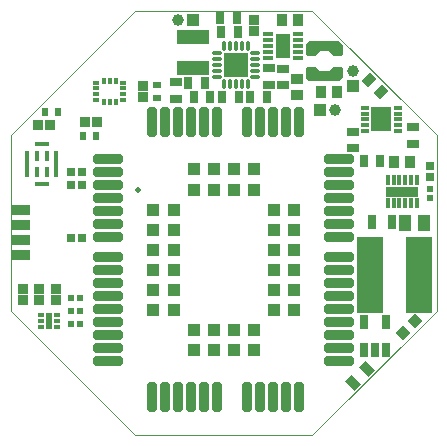
<source format=gts>
G04*
G04 #@! TF.GenerationSoftware,Altium Limited,Altium NEXUS,3.0.14 (129)*
G04*
G04 Layer_Color=8388736*
%FSLAX25Y25*%
%MOIN*%
G70*
G01*
G75*
%ADD15C,0.00000*%
G04:AMPARAMS|DCode=16|XSize=35.43mil|YSize=62.99mil|CornerRadius=9.84mil|HoleSize=0mil|Usage=FLASHONLY|Rotation=90.000|XOffset=0mil|YOffset=0mil|HoleType=Round|Shape=RoundedRectangle|*
%AMROUNDEDRECTD16*
21,1,0.03543,0.04331,0,0,90.0*
21,1,0.01575,0.06299,0,0,90.0*
1,1,0.01968,0.02165,0.00787*
1,1,0.01968,0.02165,-0.00787*
1,1,0.01968,-0.02165,-0.00787*
1,1,0.01968,-0.02165,0.00787*
%
%ADD16ROUNDEDRECTD16*%
%ADD17O,0.03543X0.01378*%
%ADD18O,0.01378X0.03543*%
%ADD19R,0.08465X0.08465*%
%ADD20R,0.01378X0.02264*%
%ADD21R,0.02264X0.01378*%
%ADD22R,0.03386X0.03228*%
%ADD23R,0.02047X0.02835*%
%ADD24R,0.03228X0.03386*%
%ADD25R,0.02835X0.02047*%
%ADD26R,0.01575X0.03740*%
%ADD27R,0.01378X0.09055*%
%ADD28R,0.05118X0.01378*%
%ADD29R,0.04055X0.05787*%
%ADD30R,0.10630X0.03504*%
%ADD31R,0.01378X0.03347*%
%ADD32R,0.02953X0.04528*%
%ADD33R,0.03150X0.03937*%
%ADD34R,0.03740X0.04134*%
%ADD35R,0.02953X0.02953*%
%ADD36R,0.10709X0.04685*%
%ADD37R,0.02165X0.02165*%
%ADD38R,0.03937X0.03150*%
%ADD39R,0.03543X0.01496*%
%ADD40R,0.05118X0.08268*%
%ADD41R,0.04134X0.03740*%
G04:AMPARAMS|DCode=42|XSize=38.78mil|YSize=31.5mil|CornerRadius=2.11mil|HoleSize=0mil|Usage=FLASHONLY|Rotation=90.000|XOffset=0mil|YOffset=0mil|HoleType=Round|Shape=RoundedRectangle|*
%AMROUNDEDRECTD42*
21,1,0.03878,0.02728,0,0,90.0*
21,1,0.03457,0.03150,0,0,90.0*
1,1,0.00421,0.01364,0.01728*
1,1,0.00421,0.01364,-0.01728*
1,1,0.00421,-0.01364,-0.01728*
1,1,0.00421,-0.01364,0.01728*
%
%ADD42ROUNDEDRECTD42*%
G04:AMPARAMS|DCode=43|XSize=18.15mil|YSize=18.15mil|CornerRadius=2.04mil|HoleSize=0mil|Usage=FLASHONLY|Rotation=315.000|XOffset=0mil|YOffset=0mil|HoleType=Round|Shape=RoundedRectangle|*
%AMROUNDEDRECTD43*
21,1,0.01815,0.01407,0,0,315.0*
21,1,0.01407,0.01815,0,0,315.0*
1,1,0.00408,0.00000,-0.00995*
1,1,0.00408,-0.00995,0.00000*
1,1,0.00408,0.00000,0.00995*
1,1,0.00408,0.00995,0.00000*
%
%ADD43ROUNDEDRECTD43*%
G04:AMPARAMS|DCode=44|XSize=25.08mil|YSize=25.08mil|CornerRadius=2.07mil|HoleSize=0mil|Usage=FLASHONLY|Rotation=315.000|XOffset=0mil|YOffset=0mil|HoleType=Round|Shape=RoundedRectangle|*
%AMROUNDEDRECTD44*
21,1,0.02508,0.02093,0,0,315.0*
21,1,0.02093,0.02508,0,0,315.0*
1,1,0.00415,0.00000,-0.01480*
1,1,0.00415,-0.01480,0.00000*
1,1,0.00415,0.00000,0.01480*
1,1,0.00415,0.01480,0.00000*
%
%ADD44ROUNDEDRECTD44*%
G04:AMPARAMS|DCode=45|XSize=25.08mil|YSize=25.08mil|CornerRadius=2.07mil|HoleSize=0mil|Usage=FLASHONLY|Rotation=225.000|XOffset=0mil|YOffset=0mil|HoleType=Round|Shape=RoundedRectangle|*
%AMROUNDEDRECTD45*
21,1,0.02508,0.02093,0,0,225.0*
21,1,0.02093,0.02508,0,0,225.0*
1,1,0.00415,-0.01480,0.00000*
1,1,0.00415,0.00000,0.01480*
1,1,0.00415,0.01480,0.00000*
1,1,0.00415,0.00000,-0.01480*
%
%ADD45ROUNDEDRECTD45*%
G04:AMPARAMS|DCode=46|XSize=18.15mil|YSize=18.15mil|CornerRadius=2.04mil|HoleSize=0mil|Usage=FLASHONLY|Rotation=225.000|XOffset=0mil|YOffset=0mil|HoleType=Round|Shape=RoundedRectangle|*
%AMROUNDEDRECTD46*
21,1,0.01815,0.01407,0,0,225.0*
21,1,0.01407,0.01815,0,0,225.0*
1,1,0.00408,-0.00995,0.00000*
1,1,0.00408,0.00000,0.00995*
1,1,0.00408,0.00995,0.00000*
1,1,0.00408,0.00000,-0.00995*
%
%ADD46ROUNDEDRECTD46*%
G04:AMPARAMS|DCode=47|XSize=103.94mil|YSize=33.86mil|CornerRadius=2.12mil|HoleSize=0mil|Usage=FLASHONLY|Rotation=180.000|XOffset=0mil|YOffset=0mil|HoleType=Round|Shape=RoundedRectangle|*
%AMROUNDEDRECTD47*
21,1,0.10394,0.02962,0,0,180.0*
21,1,0.09970,0.03386,0,0,180.0*
1,1,0.00424,-0.04985,0.01481*
1,1,0.00424,0.04985,0.01481*
1,1,0.00424,0.04985,-0.01481*
1,1,0.00424,-0.04985,-0.01481*
%
%ADD47ROUNDEDRECTD47*%
%ADD48R,0.02953X0.04724*%
%ADD49R,0.08858X0.25197*%
G04:AMPARAMS|DCode=50|XSize=37.4mil|YSize=33.47mil|CornerRadius=0mil|HoleSize=0mil|Usage=FLASHONLY|Rotation=135.000|XOffset=0mil|YOffset=0mil|HoleType=Round|Shape=Rectangle|*
%AMROTATEDRECTD50*
4,1,4,0.02506,-0.00139,0.00139,-0.02506,-0.02506,0.00139,-0.00139,0.02506,0.02506,-0.00139,0.0*
%
%ADD50ROTATEDRECTD50*%

G04:AMPARAMS|DCode=51|XSize=45.28mil|YSize=29.53mil|CornerRadius=0mil|HoleSize=0mil|Usage=FLASHONLY|Rotation=135.000|XOffset=0mil|YOffset=0mil|HoleType=Round|Shape=Rectangle|*
%AMROTATEDRECTD51*
4,1,4,0.02645,-0.00557,0.00557,-0.02645,-0.02645,0.00557,-0.00557,0.02645,0.02645,-0.00557,0.0*
%
%ADD51ROTATEDRECTD51*%

%ADD52R,0.06699X0.08274*%
%ADD53R,0.02762X0.01384*%
G04:AMPARAMS|DCode=54|XSize=39.37mil|YSize=31.5mil|CornerRadius=0mil|HoleSize=0mil|Usage=FLASHONLY|Rotation=45.000|XOffset=0mil|YOffset=0mil|HoleType=Round|Shape=Rectangle|*
%AMROTATEDRECTD54*
4,1,4,-0.00278,-0.02506,-0.02506,-0.00278,0.00278,0.02506,0.02506,0.00278,-0.00278,-0.02506,0.0*
%
%ADD54ROTATEDRECTD54*%

%ADD55R,0.04331X0.04331*%
%ADD56R,0.04331X0.04331*%
G04:AMPARAMS|DCode=57|XSize=33.47mil|YSize=98.43mil|CornerRadius=9.35mil|HoleSize=0mil|Usage=FLASHONLY|Rotation=270.000|XOffset=0mil|YOffset=0mil|HoleType=Round|Shape=RoundedRectangle|*
%AMROUNDEDRECTD57*
21,1,0.03347,0.07972,0,0,270.0*
21,1,0.01476,0.09843,0,0,270.0*
1,1,0.01870,-0.03986,-0.00738*
1,1,0.01870,-0.03986,0.00738*
1,1,0.01870,0.03986,0.00738*
1,1,0.01870,0.03986,-0.00738*
%
%ADD57ROUNDEDRECTD57*%
G04:AMPARAMS|DCode=58|XSize=33.47mil|YSize=98.43mil|CornerRadius=9.35mil|HoleSize=0mil|Usage=FLASHONLY|Rotation=0.000|XOffset=0mil|YOffset=0mil|HoleType=Round|Shape=RoundedRectangle|*
%AMROUNDEDRECTD58*
21,1,0.03347,0.07972,0,0,0.0*
21,1,0.01476,0.09843,0,0,0.0*
1,1,0.01870,0.00738,-0.03986*
1,1,0.01870,-0.00738,-0.03986*
1,1,0.01870,-0.00738,0.03986*
1,1,0.01870,0.00738,0.03986*
%
%ADD58ROUNDEDRECTD58*%
%ADD59R,0.02559X0.02559*%
%ADD60R,0.02165X0.02165*%
%ADD61R,0.02323X0.01535*%
%ADD62R,0.02244X0.05236*%
%ADD63R,0.03307X0.03465*%
%ADD64C,0.00394*%
%ADD65R,0.03937X0.03937*%
%ADD66C,0.03937*%
%ADD67R,0.03937X0.03937*%
%ADD68C,0.01968*%
D15*
X2500Y101000D02*
X44000Y142500D01*
X103000D01*
X144500Y101000D01*
Y42500D02*
Y101000D01*
X103000Y1000D02*
X144500Y42500D01*
X44000Y1000D02*
X103000D01*
X2500Y42500D02*
X44000Y1000D01*
X2500Y42500D02*
Y101000D01*
D16*
X5906Y76142D02*
D03*
Y71142D02*
D03*
Y66142D02*
D03*
Y61142D02*
D03*
D17*
X71260Y128445D02*
D03*
Y126476D02*
D03*
Y124508D02*
D03*
Y122539D02*
D03*
Y120571D02*
D03*
X84055D02*
D03*
Y122539D02*
D03*
Y124508D02*
D03*
Y126476D02*
D03*
Y128445D02*
D03*
D18*
X73721Y118110D02*
D03*
X75689D02*
D03*
X77658D02*
D03*
X79626D02*
D03*
X81595D02*
D03*
Y130905D02*
D03*
X79626D02*
D03*
X77658D02*
D03*
X75689D02*
D03*
X73721D02*
D03*
D19*
X77658Y124508D02*
D03*
D20*
X33563Y119242D02*
D03*
X35531D02*
D03*
X37500D02*
D03*
Y112057D02*
D03*
X35531D02*
D03*
X33563D02*
D03*
D21*
X40108Y118602D02*
D03*
Y116634D02*
D03*
Y114665D02*
D03*
Y112697D02*
D03*
X30955D02*
D03*
Y114665D02*
D03*
Y116634D02*
D03*
Y118602D02*
D03*
D22*
X31220Y105512D02*
D03*
X27441D02*
D03*
X11693Y104429D02*
D03*
X15472D02*
D03*
D23*
X31102Y100886D02*
D03*
X26772D02*
D03*
X14075Y108760D02*
D03*
X18406D02*
D03*
D24*
X46654Y113661D02*
D03*
Y117441D02*
D03*
X83465Y135807D02*
D03*
Y139587D02*
D03*
D25*
X51378Y113386D02*
D03*
Y117717D02*
D03*
D26*
X14469Y88779D02*
D03*
X11122D02*
D03*
X14469Y94095D02*
D03*
X11122D02*
D03*
D27*
X17618Y91437D02*
D03*
X7972D02*
D03*
D28*
X12795Y84646D02*
D03*
Y98228D02*
D03*
D29*
X140197Y71653D02*
D03*
X134016D02*
D03*
D30*
X133071Y82284D02*
D03*
D31*
X137992Y86102D02*
D03*
X136024D02*
D03*
X134055D02*
D03*
X132087D02*
D03*
X130118D02*
D03*
X128150D02*
D03*
X137992Y78465D02*
D03*
X136024D02*
D03*
X134055Y78465D02*
D03*
X132087D02*
D03*
X130118Y78465D02*
D03*
X128150D02*
D03*
D32*
X129626Y72047D02*
D03*
X122933Y72047D02*
D03*
D33*
X72660Y135576D02*
D03*
X78171D02*
D03*
X72342Y140059D02*
D03*
X77854D02*
D03*
X61713Y118504D02*
D03*
X67224D02*
D03*
X82284Y113681D02*
D03*
X87795D02*
D03*
X73032D02*
D03*
X78543D02*
D03*
X63484D02*
D03*
X68996D02*
D03*
X125689Y92520D02*
D03*
X120177D02*
D03*
D34*
X135630Y92126D02*
D03*
X130315D02*
D03*
X106004Y115453D02*
D03*
X111319D02*
D03*
X98130Y139469D02*
D03*
X92815D02*
D03*
D35*
X142323Y87008D02*
D03*
Y90945D02*
D03*
D36*
X63287Y123504D02*
D03*
Y133780D02*
D03*
D37*
X142126Y83169D02*
D03*
X142126Y80020D02*
D03*
D38*
X57579Y113287D02*
D03*
Y118799D02*
D03*
X88484Y123327D02*
D03*
Y117815D02*
D03*
X93209Y117717D02*
D03*
Y123228D02*
D03*
X116634Y96752D02*
D03*
Y102264D02*
D03*
X136516Y103642D02*
D03*
Y98130D02*
D03*
D39*
X98130Y130807D02*
D03*
X98130Y134744D02*
D03*
X98130Y132776D02*
D03*
Y128839D02*
D03*
X98130Y126870D02*
D03*
X88287D02*
D03*
Y128839D02*
D03*
Y132776D02*
D03*
Y134744D02*
D03*
Y130807D02*
D03*
D40*
X93209D02*
D03*
D41*
X98032Y119882D02*
D03*
Y114567D02*
D03*
D42*
X111703Y121931D02*
D03*
X102470D02*
D03*
Y129447D02*
D03*
X111703D02*
D03*
D43*
X112077Y120195D02*
D03*
X102096Y131183D02*
D03*
D44*
X110337Y122181D02*
D03*
X103836Y129197D02*
D03*
D45*
Y122181D02*
D03*
X110337Y129197D02*
D03*
D46*
X102096Y120195D02*
D03*
X112077Y131183D02*
D03*
D47*
X107087Y120689D02*
D03*
Y130689D02*
D03*
D48*
X120276Y29331D02*
D03*
X124016D02*
D03*
X127756D02*
D03*
Y38780D02*
D03*
X120276D02*
D03*
D49*
X138779Y54528D02*
D03*
X122441D02*
D03*
D50*
X137115Y38985D02*
D03*
X133357Y35227D02*
D03*
D51*
X121264Y23232D02*
D03*
X116531Y18500D02*
D03*
D52*
X125964Y106299D02*
D03*
D53*
X131476Y110236D02*
D03*
Y108268D02*
D03*
Y106299D02*
D03*
Y104331D02*
D03*
Y102362D02*
D03*
X120453D02*
D03*
Y104331D02*
D03*
Y106299D02*
D03*
Y108268D02*
D03*
Y110236D02*
D03*
D54*
X122067Y119331D02*
D03*
X125964Y115433D02*
D03*
D55*
X63484Y89642D02*
D03*
X70177D02*
D03*
X76870D02*
D03*
X63484Y82949D02*
D03*
X70177Y82949D02*
D03*
X76870D02*
D03*
X83563Y36099D02*
D03*
X76870Y36099D02*
D03*
X70177D02*
D03*
X63484Y36099D02*
D03*
X83563Y29406D02*
D03*
X76870D02*
D03*
X70177D02*
D03*
X63484D02*
D03*
X83563Y82949D02*
D03*
Y89642D02*
D03*
X90256Y42791D02*
D03*
Y49484D02*
D03*
Y56177D02*
D03*
Y62870D02*
D03*
Y69563D02*
D03*
Y76256D02*
D03*
X56791Y76256D02*
D03*
Y69563D02*
D03*
Y62870D02*
D03*
Y56177D02*
D03*
Y49484D02*
D03*
Y42792D02*
D03*
D56*
X96949Y42791D02*
D03*
Y49484D02*
D03*
Y56177D02*
D03*
Y62870D02*
D03*
Y69563D02*
D03*
Y76256D02*
D03*
X50098Y76256D02*
D03*
Y69563D02*
D03*
Y62870D02*
D03*
Y56177D02*
D03*
Y49484D02*
D03*
Y42792D02*
D03*
D57*
X112106Y25666D02*
D03*
Y29996D02*
D03*
Y34327D02*
D03*
Y38658D02*
D03*
Y42988D02*
D03*
Y47319D02*
D03*
Y51650D02*
D03*
Y55980D02*
D03*
Y60311D02*
D03*
Y67004D02*
D03*
Y71335D02*
D03*
Y75665D02*
D03*
Y79996D02*
D03*
Y84327D02*
D03*
Y88658D02*
D03*
Y92988D02*
D03*
X34941Y60311D02*
D03*
Y92988D02*
D03*
Y88658D02*
D03*
X34941Y84327D02*
D03*
X34941Y79996D02*
D03*
Y75665D02*
D03*
Y71335D02*
D03*
Y67004D02*
D03*
Y55980D02*
D03*
Y51650D02*
D03*
Y47319D02*
D03*
Y42988D02*
D03*
Y38658D02*
D03*
Y34327D02*
D03*
Y29996D02*
D03*
Y25666D02*
D03*
D58*
X98524Y105390D02*
D03*
X94193Y105390D02*
D03*
X89862Y105390D02*
D03*
X85532Y105390D02*
D03*
X81201Y105390D02*
D03*
X71358Y105390D02*
D03*
X67028Y105390D02*
D03*
X62697D02*
D03*
X58366D02*
D03*
X54035D02*
D03*
X49705D02*
D03*
Y13658D02*
D03*
X54036Y13658D02*
D03*
X58366Y13658D02*
D03*
X62697Y13658D02*
D03*
X67028Y13658D02*
D03*
X71358Y13658D02*
D03*
X81201Y13658D02*
D03*
X85532Y13658D02*
D03*
X89862Y13658D02*
D03*
X94193Y13658D02*
D03*
X98524Y13658D02*
D03*
D59*
X26280Y66732D02*
D03*
X22736D02*
D03*
X22736Y84449D02*
D03*
X26280D02*
D03*
X22736Y88658D02*
D03*
X26280D02*
D03*
D60*
X25723Y46656D02*
D03*
X22573D02*
D03*
X25723Y42522D02*
D03*
X22573D02*
D03*
X25723Y38116D02*
D03*
X22573D02*
D03*
D61*
X18022Y37231D02*
D03*
Y39199D02*
D03*
X18022Y41168D02*
D03*
X12589Y37231D02*
D03*
Y39199D02*
D03*
Y41168D02*
D03*
D62*
X15305Y39199D02*
D03*
D63*
X17667Y46004D02*
D03*
X17667Y49862D02*
D03*
X11959Y46004D02*
D03*
Y49862D02*
D03*
X6470Y46004D02*
D03*
Y49862D02*
D03*
D64*
X10905Y78642D02*
D03*
X10905Y58642D02*
D03*
X10905Y63642D02*
D03*
X10905Y73642D02*
D03*
X10905Y68642D02*
D03*
D65*
X63327Y139468D02*
D03*
X105571Y109351D02*
D03*
D66*
X58327Y139469D02*
D03*
X110571Y109350D02*
D03*
X116634Y122382D02*
D03*
D67*
X116634Y117382D02*
D03*
D68*
X44862Y82645D02*
D03*
M02*

</source>
